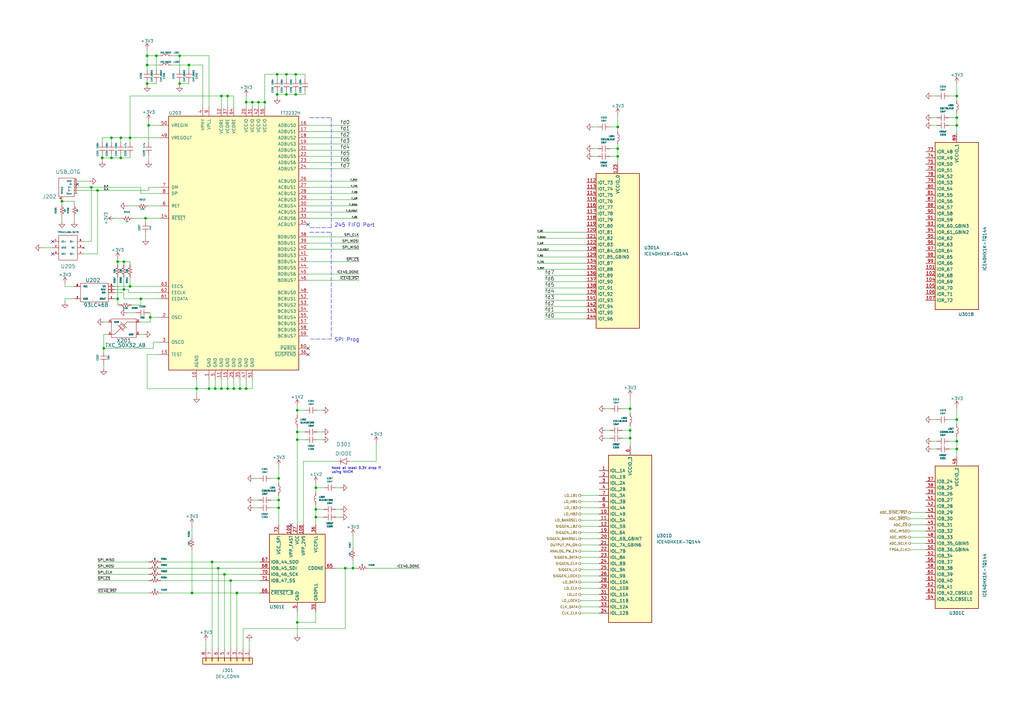
<source format=kicad_sch>
(kicad_sch (version 20211123) (generator eeschema)
  (paper "A3")
  (junction (at 53.34 117.475))
  (junction (at 114.3 205.105))
  (junction (at 92.075 235.585))
  (junction (at 41.91 64.77))
  (junction (at 392.43 184.15))
  (junction (at 94.615 238.125))
  (junction (at 258.445 179.705))
  (junction (at 90.805 159.385))
  (junction (at 100.965 41.91))
  (junction (at 121.92 180.34))
  (junction (at 40.005 78.105))
  (junction (at 61.595 130.175))
  (junction (at 392.43 180.975))
  (junction (at 258.445 176.53))
  (junction (at 90.805 39.37))
  (junction (at 85.725 159.385))
  (junction (at 37.465 76.835))
  (junction (at 106.045 41.91))
  (junction (at 113.665 30.48))
  (junction (at 73.66 22.86))
  (junction (at 113.665 38.735))
  (junction (at 49.53 56.515))
  (junction (at 392.43 51.435))
  (junction (at 392.43 172.085))
  (junction (at 45.72 56.515))
  (junction (at 93.345 159.385))
  (junction (at 108.585 41.91))
  (junction (at 121.285 30.48))
  (junction (at 144.78 233.045))
  (junction (at 86.995 230.505))
  (junction (at 93.345 39.37))
  (junction (at 48.26 122.555))
  (junction (at 59.69 89.535))
  (junction (at 48.26 107.315))
  (junction (at 60.325 22.86))
  (junction (at 95.885 159.385))
  (junction (at 42.545 142.875))
  (junction (at 121.92 168.275))
  (junction (at 45.72 64.77))
  (junction (at 98.425 159.385))
  (junction (at 73.66 34.29))
  (junction (at 392.43 48.26))
  (junction (at 64.135 22.86))
  (junction (at 97.155 243.205))
  (junction (at 114.3 196.215))
  (junction (at 60.325 34.29))
  (junction (at 89.535 233.045))
  (junction (at 129.54 212.09))
  (junction (at 117.475 30.48))
  (junction (at 78.74 243.205))
  (junction (at 100.965 159.385))
  (junction (at 53.34 56.515))
  (junction (at 141.605 233.045))
  (junction (at 253.365 52.07))
  (junction (at 121.92 177.165))
  (junction (at 258.445 167.64))
  (junction (at 60.325 26.67))
  (junction (at 392.43 39.37))
  (junction (at 253.365 60.96))
  (junction (at 50.8 107.315))
  (junction (at 80.645 159.385))
  (junction (at 253.365 64.135))
  (junction (at 121.92 255.27))
  (junction (at 60.96 51.435))
  (junction (at 129.54 208.915))
  (junction (at 114.3 208.28))
  (junction (at 57.785 122.555))
  (junction (at 103.505 41.91))
  (junction (at 121.285 38.735))
  (junction (at 77.47 26.67))
  (junction (at 49.53 64.77))
  (junction (at 88.265 159.385))
  (junction (at 129.54 200.025))
  (junction (at 50.8 118.745))
  (junction (at 25.4 82.55))
  (junction (at 117.475 38.735))
  (no_connect (at 21.59 104.14))
  (no_connect (at 126.365 142.875))
  (no_connect (at 126.365 145.415))
  (no_connect (at 119.38 215.265))
  (no_connect (at 31.75 75.565))
  (no_connect (at 21.59 99.06))
  (no_connect (at 126.365 92.075))
  (wire (pts (xy 258.445 167.64) (xy 255.27 167.64)))
  (wire (pts (xy 93.345 155.575) (xy 93.345 159.385)))
  (wire (pts (xy 26.67 122.555) (xy 26.67 123.825)))
  (wire (pts (xy 95.885 155.575) (xy 95.885 159.385)))
  (wire (pts (xy 240.665 95.25) (xy 220.345 95.25)))
  (wire (pts (xy 64.135 33.655) (xy 64.135 34.29)))
  (wire (pts (xy 64.135 28.575) (xy 64.135 22.86)))
  (wire (pts (xy 53.975 125.095) (xy 57.785 125.095)))
  (wire (pts (xy 31.75 76.835) (xy 37.465 76.835)))
  (wire (pts (xy 97.155 243.205) (xy 106.68 243.205)))
  (wire (pts (xy 126.365 51.435) (xy 143.51 51.435)))
  (wire (pts (xy 73.66 22.86) (xy 85.725 22.86)))
  (wire (pts (xy 113.665 30.48) (xy 117.475 30.48)))
  (wire (pts (xy 114.3 196.215) (xy 114.3 198.12)))
  (wire (pts (xy 238.125 215.9) (xy 245.745 215.9)))
  (wire (pts (xy 245.11 60.96) (xy 243.205 60.96)))
  (wire (pts (xy 392.43 172.085) (xy 392.43 173.99)))
  (wire (pts (xy 50.8 113.665) (xy 50.8 118.745)))
  (wire (pts (xy 114.3 203.2) (xy 114.3 205.105)))
  (wire (pts (xy 48.26 107.315) (xy 48.26 106.045)))
  (wire (pts (xy 117.475 38.735) (xy 121.285 38.735)))
  (wire (pts (xy 384.175 51.435) (xy 382.27 51.435)))
  (wire (pts (xy 100.965 159.385) (xy 103.505 159.385)))
  (wire (pts (xy 60.325 26.67) (xy 60.325 28.575)))
  (wire (pts (xy 253.365 52.07) (xy 250.19 52.07)))
  (wire (pts (xy 121.285 38.735) (xy 125.095 38.735)))
  (wire (pts (xy 121.92 175.26) (xy 121.92 177.165)))
  (wire (pts (xy 126.365 86.995) (xy 146.685 86.995)))
  (wire (pts (xy 60.325 34.29) (xy 60.325 34.925)))
  (wire (pts (xy 238.125 213.36) (xy 245.745 213.36)))
  (wire (pts (xy 121.92 255.27) (xy 121.92 260.35)))
  (wire (pts (xy 90.805 43.815) (xy 90.805 39.37)))
  (wire (pts (xy 240.665 123.19) (xy 223.52 123.19)))
  (wire (pts (xy 113.665 38.735) (xy 113.665 37.465)))
  (wire (pts (xy 114.3 196.215) (xy 111.125 196.215)))
  (wire (pts (xy 238.125 241.3) (xy 245.745 241.3)))
  (wire (pts (xy 80.645 159.385) (xy 80.645 162.56)))
  (wire (pts (xy 250.19 179.705) (xy 248.285 179.705)))
  (wire (pts (xy 60.96 49.53) (xy 60.96 51.435)))
  (wire (pts (xy 124.46 189.23) (xy 138.43 189.23)))
  (wire (pts (xy 66.04 235.585) (xy 92.075 235.585)))
  (wire (pts (xy 99.695 266.065) (xy 99.695 257.81)))
  (wire (pts (xy 59.69 97.79) (xy 59.69 95.885)))
  (wire (pts (xy 65.405 51.435) (xy 60.96 51.435)))
  (wire (pts (xy 108.585 30.48) (xy 113.665 30.48)))
  (wire (pts (xy 62.865 142.875) (xy 62.865 140.335)))
  (wire (pts (xy 245.11 64.135) (xy 243.205 64.135)))
  (wire (pts (xy 49.53 89.535) (xy 46.99 89.535)))
  (wire (pts (xy 126.365 69.215) (xy 143.51 69.215)))
  (wire (pts (xy 60.96 128.27) (xy 61.595 128.27)))
  (wire (pts (xy 48.26 122.555) (xy 48.26 125.095)))
  (wire (pts (xy 373.38 215.265) (xy 379.73 215.265)))
  (wire (pts (xy 130.175 168.275) (xy 132.08 168.275)))
  (wire (pts (xy 253.365 60.96) (xy 250.19 60.96)))
  (wire (pts (xy 392.43 34.29) (xy 392.43 39.37)))
  (polyline (pts (xy 135.89 48.26) (xy 135.89 93.345)))
  (wire (pts (xy 253.365 59.055) (xy 253.365 60.96)))
  (wire (pts (xy 52.705 118.745) (xy 50.8 118.745)))
  (wire (pts (xy 392.43 184.15) (xy 392.43 187.325)))
  (wire (pts (xy 103.505 41.91) (xy 103.505 43.815)))
  (wire (pts (xy 117.475 37.465) (xy 117.475 38.735)))
  (wire (pts (xy 137.795 200.025) (xy 139.7 200.025)))
  (wire (pts (xy 52.07 84.455) (xy 55.88 84.455)))
  (wire (pts (xy 126.365 107.315) (xy 147.32 107.315)))
  (wire (pts (xy 126.365 97.155) (xy 147.32 97.155)))
  (wire (pts (xy 102.235 262.89) (xy 102.235 266.065)))
  (wire (pts (xy 97.155 243.205) (xy 97.155 266.065)))
  (wire (pts (xy 126.365 89.535) (xy 146.685 89.535)))
  (wire (pts (xy 48.26 113.665) (xy 48.26 122.555)))
  (wire (pts (xy 53.34 117.475) (xy 46.99 117.475)))
  (wire (pts (xy 137.16 233.045) (xy 141.605 233.045)))
  (wire (pts (xy 240.665 113.03) (xy 223.52 113.03)))
  (wire (pts (xy 60.325 22.86) (xy 64.135 22.86)))
  (wire (pts (xy 240.665 97.79) (xy 220.345 97.79)))
  (wire (pts (xy 240.665 115.57) (xy 223.52 115.57)))
  (wire (pts (xy 65.405 120.015) (xy 52.705 120.015)))
  (wire (pts (xy 50.8 118.745) (xy 46.99 118.745)))
  (wire (pts (xy 143.51 61.595) (xy 126.365 61.595)))
  (wire (pts (xy 73.66 34.925) (xy 73.66 34.29)))
  (wire (pts (xy 258.445 167.64) (xy 258.445 169.545)))
  (wire (pts (xy 121.92 168.275) (xy 125.095 168.275)))
  (wire (pts (xy 238.125 243.84) (xy 245.745 243.84)))
  (wire (pts (xy 25.4 90.805) (xy 25.4 88.9)))
  (wire (pts (xy 92.075 235.585) (xy 92.075 266.065)))
  (wire (pts (xy 151.13 233.045) (xy 172.085 233.045)))
  (wire (pts (xy 83.185 26.67) (xy 83.185 43.815)))
  (wire (pts (xy 240.665 125.73) (xy 223.52 125.73)))
  (wire (pts (xy 253.365 64.135) (xy 250.19 64.135)))
  (polyline (pts (xy 127 48.26) (xy 135.89 48.26)))
  (wire (pts (xy 90.805 39.37) (xy 93.345 39.37)))
  (wire (pts (xy 100.965 155.575) (xy 100.965 159.385)))
  (wire (pts (xy 60.96 243.205) (xy 40.005 243.205)))
  (wire (pts (xy 90.805 155.575) (xy 90.805 159.385)))
  (wire (pts (xy 129.54 212.09) (xy 129.54 215.265)))
  (wire (pts (xy 77.47 26.67) (xy 83.185 26.67)))
  (wire (pts (xy 141.605 233.045) (xy 144.78 233.045)))
  (wire (pts (xy 129.54 200.025) (xy 129.54 201.93)))
  (wire (pts (xy 85.725 159.385) (xy 88.265 159.385)))
  (wire (pts (xy 60.96 84.455) (xy 65.405 84.455)))
  (wire (pts (xy 129.54 207.01) (xy 129.54 208.915)))
  (wire (pts (xy 126.365 84.455) (xy 146.685 84.455)))
  (wire (pts (xy 30.48 88.9) (xy 30.48 90.805)))
  (wire (pts (xy 61.595 128.27) (xy 61.595 130.175)))
  (wire (pts (xy 129.54 208.915) (xy 129.54 212.09)))
  (wire (pts (xy 126.365 112.395) (xy 147.32 112.395)))
  (wire (pts (xy 143.51 64.135) (xy 126.365 64.135)))
  (wire (pts (xy 25.4 82.55) (xy 25.4 83.82)))
  (wire (pts (xy 392.43 48.26) (xy 389.255 48.26)))
  (wire (pts (xy 52.07 128.27) (xy 55.88 128.27)))
  (wire (pts (xy 238.125 210.82) (xy 245.745 210.82)))
  (wire (pts (xy 59.055 137.16) (xy 57.15 137.16)))
  (wire (pts (xy 50.8 108.585) (xy 50.8 107.315)))
  (wire (pts (xy 42.545 137.16) (xy 42.545 142.875)))
  (wire (pts (xy 373.38 212.725) (xy 379.73 212.725)))
  (wire (pts (xy 392.43 184.15) (xy 389.255 184.15)))
  (wire (pts (xy 223.52 118.11) (xy 240.665 118.11)))
  (wire (pts (xy 240.665 100.33) (xy 220.345 100.33)))
  (wire (pts (xy 53.34 56.515) (xy 53.34 58.42)))
  (wire (pts (xy 126.365 59.055) (xy 143.51 59.055)))
  (wire (pts (xy 392.43 48.26) (xy 392.43 51.435)))
  (wire (pts (xy 117.475 30.48) (xy 121.285 30.48)))
  (wire (pts (xy 250.19 167.64) (xy 248.285 167.64)))
  (wire (pts (xy 238.125 251.46) (xy 245.745 251.46)))
  (wire (pts (xy 73.66 28.575) (xy 73.66 22.86)))
  (wire (pts (xy 77.47 34.29) (xy 73.66 34.29)))
  (wire (pts (xy 66.04 230.505) (xy 86.995 230.505)))
  (wire (pts (xy 258.445 174.625) (xy 258.445 176.53)))
  (wire (pts (xy 21.59 101.6) (xy 17.145 101.6)))
  (wire (pts (xy 60.325 145.415) (xy 65.405 145.415)))
  (wire (pts (xy 253.365 64.135) (xy 253.365 67.31)))
  (wire (pts (xy 60.325 22.86) (xy 60.325 26.67)))
  (wire (pts (xy 34.29 99.06) (xy 37.465 99.06)))
  (wire (pts (xy 42.545 142.875) (xy 62.865 142.875)))
  (wire (pts (xy 53.34 56.515) (xy 65.405 56.515)))
  (wire (pts (xy 93.345 39.37) (xy 95.885 39.37)))
  (wire (pts (xy 65.405 122.555) (xy 57.785 122.555)))
  (wire (pts (xy 245.11 52.07) (xy 243.205 52.07)))
  (wire (pts (xy 141.605 257.81) (xy 141.605 233.045)))
  (wire (pts (xy 130.175 180.34) (xy 132.08 180.34)))
  (wire (pts (xy 392.43 179.07) (xy 392.43 180.975)))
  (wire (pts (xy 30.48 82.55) (xy 30.48 83.82)))
  (wire (pts (xy 41.91 66.04) (xy 41.91 64.77)))
  (wire (pts (xy 85.725 22.86) (xy 85.725 43.815)))
  (wire (pts (xy 41.91 64.77) (xy 41.91 63.5)))
  (wire (pts (xy 129.54 250.825) (xy 129.54 255.27)))
  (wire (pts (xy 60.96 78.105) (xy 40.005 78.105)))
  (wire (pts (xy 154.305 189.23) (xy 154.305 181.61)))
  (wire (pts (xy 45.72 64.77) (xy 49.53 64.77)))
  (wire (pts (xy 70.485 22.86) (xy 73.66 22.86)))
  (wire (pts (xy 117.475 30.48) (xy 117.475 32.385)))
  (wire (pts (xy 129.54 200.025) (xy 132.715 200.025)))
  (wire (pts (xy 65.405 76.835) (xy 60.96 76.835)))
  (wire (pts (xy 57.785 76.835) (xy 57.785 79.375)))
  (wire (pts (xy 93.345 159.385) (xy 95.885 159.385)))
  (wire (pts (xy 60.325 20.32) (xy 60.325 22.86)))
  (wire (pts (xy 106.045 43.815) (xy 106.045 41.91)))
  (wire (pts (xy 373.38 222.885) (xy 379.73 222.885)))
  (wire (pts (xy 240.665 105.41) (xy 220.345 105.41)))
  (wire (pts (xy 137.795 208.915) (xy 139.7 208.915)))
  (polyline (pts (xy 135.89 93.345) (xy 127 93.345)))
  (wire (pts (xy 126.365 102.235) (xy 147.32 102.235)))
  (wire (pts (xy 53.34 64.77) (xy 53.34 63.5)))
  (wire (pts (xy 44.45 137.16) (xy 42.545 137.16)))
  (wire (pts (xy 373.38 210.185) (xy 379.73 210.185)))
  (wire (pts (xy 95.885 39.37) (xy 95.885 43.815)))
  (wire (pts (xy 60.325 159.385) (xy 60.325 145.415)))
  (wire (pts (xy 86.995 230.505) (xy 106.68 230.505)))
  (wire (pts (xy 258.445 179.705) (xy 258.445 182.88)))
  (wire (pts (xy 100.965 41.91) (xy 100.965 43.815)))
  (wire (pts (xy 60.96 76.835) (xy 60.96 78.105)))
  (wire (pts (xy 45.72 58.42) (xy 45.72 56.515)))
  (wire (pts (xy 77.47 33.655) (xy 77.47 34.29)))
  (wire (pts (xy 392.43 39.37) (xy 389.255 39.37)))
  (wire (pts (xy 125.095 30.48) (xy 125.095 32.385)))
  (wire (pts (xy 60.325 33.655) (xy 60.325 34.29)))
  (wire (pts (xy 60.96 230.505) (xy 40.005 230.505)))
  (wire (pts (xy 392.43 39.37) (xy 392.43 41.275)))
  (wire (pts (xy 78.74 243.205) (xy 97.155 243.205)))
  (wire (pts (xy 53.34 39.37) (xy 53.34 56.515)))
  (wire (pts (xy 129.54 198.12) (xy 129.54 200.025)))
  (wire (pts (xy 52.705 120.015) (xy 52.705 118.745)))
  (wire (pts (xy 384.175 172.085) (xy 382.27 172.085)))
  (wire (pts (xy 392.43 51.435) (xy 392.43 54.61)))
  (wire (pts (xy 26.67 117.475) (xy 26.67 116.205)))
  (wire (pts (xy 392.43 180.975) (xy 389.255 180.975)))
  (wire (pts (xy 143.51 189.23) (xy 154.305 189.23)))
  (wire (pts (xy 126.365 99.695) (xy 147.32 99.695)))
  (wire (pts (xy 114.3 205.105) (xy 111.125 205.105)))
  (wire (pts (xy 60.325 26.67) (xy 65.405 26.67)))
  (wire (pts (xy 78.74 225.425) (xy 78.74 243.205)))
  (wire (pts (xy 392.43 180.975) (xy 392.43 184.15)))
  (polyline (pts (xy 135.89 139.065) (xy 127 139.065)))
  (wire (pts (xy 98.425 159.385) (xy 100.965 159.385)))
  (wire (pts (xy 114.3 208.28) (xy 114.3 215.265)))
  (wire (pts (xy 70.485 26.67) (xy 77.47 26.67)))
  (wire (pts (xy 125.095 38.735) (xy 125.095 37.465)))
  (wire (pts (xy 89.535 233.045) (xy 106.68 233.045)))
  (wire (pts (xy 121.92 166.37) (xy 121.92 168.275)))
  (wire (pts (xy 144.78 219.71) (xy 144.78 224.79)))
  (wire (pts (xy 53.34 39.37) (xy 90.805 39.37)))
  (wire (pts (xy 66.04 233.045) (xy 89.535 233.045)))
  (wire (pts (xy 49.53 64.77) (xy 53.34 64.77)))
  (wire (pts (xy 80.645 159.385) (xy 85.725 159.385)))
  (wire (pts (xy 84.455 262.89) (xy 84.455 266.065)))
  (wire (pts (xy 250.19 176.53) (xy 248.285 176.53)))
  (wire (pts (xy 106.045 41.91) (xy 108.585 41.91)))
  (wire (pts (xy 126.365 79.375) (xy 146.685 79.375)))
  (wire (pts (xy 240.665 102.87) (xy 220.345 102.87)))
  (wire (pts (xy 80.645 155.575) (xy 80.645 159.385)))
  (wire (pts (xy 46.99 122.555) (xy 48.26 122.555)))
  (wire (pts (xy 99.695 257.81) (xy 141.605 257.81)))
  (wire (pts (xy 129.54 208.915) (xy 132.715 208.915)))
  (wire (pts (xy 258.445 176.53) (xy 255.27 176.53)))
  (wire (pts (xy 238.125 233.68) (xy 245.745 233.68)))
  (wire (pts (xy 126.365 81.915) (xy 146.685 81.915)))
  (wire (pts (xy 121.92 177.165) (xy 121.92 180.34)))
  (wire (pts (xy 65.405 89.535) (xy 59.69 89.535)))
  (wire (pts (xy 64.135 34.29) (xy 60.325 34.29)))
  (wire (pts (xy 60.96 63.5) (xy 60.96 66.04)))
  (wire (pts (xy 114.3 191.135) (xy 114.3 196.215)))
  (wire (pts (xy 126.365 56.515) (xy 143.51 56.515)))
  (polyline (pts (xy 135.89 95.25) (xy 135.89 139.065)))
  (wire (pts (xy 53.34 107.315) (xy 53.34 108.585)))
  (wire (pts (xy 45.72 56.515) (xy 49.53 56.515)))
  (wire (pts (xy 61.595 132.08) (xy 57.15 132.08)))
  (wire (pts (xy 41.91 64.77) (xy 45.72 64.77)))
  (wire (pts (xy 60.325 159.385) (xy 80.645 159.385)))
  (wire (pts (xy 48.26 125.095) (xy 48.895 125.095)))
  (wire (pts (xy 121.92 180.34) (xy 121.92 215.265)))
  (wire (pts (xy 48.26 108.585) (xy 48.26 107.315)))
  (wire (pts (xy 129.54 212.09) (xy 132.715 212.09)))
  (wire (pts (xy 240.665 107.95) (xy 220.345 107.95)))
  (wire (pts (xy 94.615 238.125) (xy 94.615 266.065)))
  (wire (pts (xy 238.125 226.06) (xy 245.745 226.06)))
  (wire (pts (xy 106.045 196.215) (xy 104.14 196.215)))
  (wire (pts (xy 30.48 117.475) (xy 26.67 117.475)))
  (wire (pts (xy 25.4 82.55) (xy 30.48 82.55)))
  (wire (pts (xy 129.54 255.27) (xy 121.92 255.27)))
  (wire (pts (xy 59.69 90.805) (xy 59.69 89.535)))
  (wire (pts (xy 93.345 39.37) (xy 93.345 43.815)))
  (wire (pts (xy 100.965 41.91) (xy 103.505 41.91)))
  (wire (pts (xy 137.795 212.09) (xy 139.7 212.09)))
  (wire (pts (xy 108.585 41.91) (xy 108.585 43.815)))
  (wire (pts (xy 113.665 30.48) (xy 113.665 32.385)))
  (wire (pts (xy 121.92 180.34) (xy 125.095 180.34)))
  (wire (pts (xy 25.4 81.915) (xy 25.4 82.55)))
  (polyline (pts (xy 127 95.25) (xy 135.89 95.25)))
  (wire (pts (xy 42.545 142.875) (xy 42.545 144.145)))
  (wire (pts (xy 37.465 76.835) (xy 57.785 76.835)))
  (wire (pts (xy 62.865 140.335) (xy 65.405 140.335)))
  (wire (pts (xy 253.365 46.99) (xy 253.365 52.07)))
  (wire (pts (xy 100.965 39.37) (xy 100.965 41.91)))
  (wire (pts (xy 103.505 159.385) (xy 103.505 155.575)))
  (wire (pts (xy 392.43 167.005) (xy 392.43 172.085)))
  (wire (pts (xy 106.045 208.28) (xy 104.14 208.28)))
  (wire (pts (xy 61.595 130.175) (xy 61.595 132.08)))
  (wire (pts (xy 238.125 248.92) (xy 245.745 248.92)))
  (wire (pts (xy 121.285 30.48) (xy 125.095 30.48)))
  (wire (pts (xy 238.125 231.14) (xy 245.745 231.14)))
  (wire (pts (xy 126.365 53.975) (xy 143.51 53.975)))
  (wire (pts (xy 57.785 125.095) (xy 57.785 122.555)))
  (wire (pts (xy 73.66 34.29) (xy 73.66 33.655)))
  (wire (pts (xy 34.29 104.14) (xy 40.005 104.14)))
  (wire (pts (xy 59.69 89.535) (xy 54.61 89.535)))
  (wire (pts (xy 238.125 203.2) (xy 245.745 203.2)))
  (wire (pts (xy 384.175 180.975) (xy 382.27 180.975)))
  (wire (pts (xy 238.125 228.6) (xy 245.745 228.6)))
  (wire (pts (xy 126.365 76.835) (xy 146.685 76.835)))
  (wire (pts (xy 113.665 38.735) (xy 117.475 38.735)))
  (wire (pts (xy 126.365 74.295) (xy 146.685 74.295)))
  (wire (pts (xy 42.545 151.13) (xy 42.545 149.225)))
  (wire (pts (xy 50.8 122.555) (xy 50.8 120.015)))
  (wire (pts (xy 60.96 51.435) (xy 60.96 58.42)))
  (wire (pts (xy 392.43 172.085) (xy 389.255 172.085)))
  (wire (pts (xy 89.535 233.045) (xy 89.535 266.065)))
  (wire (pts (xy 60.96 233.045) (xy 40.005 233.045)))
  (wire (pts (xy 121.92 255.27) (xy 121.92 250.825)))
  (wire (pts (xy 384.175 39.37) (xy 382.27 39.37)))
  (wire (pts (xy 240.665 110.49) (xy 220.345 110.49)))
  (wire (pts (xy 238.125 236.22) (xy 245.745 236.22)))
  (wire (pts (xy 60.96 235.585) (xy 40.005 235.585)))
  (wire (pts (xy 65.405 117.475) (xy 53.34 117.475)))
  (wire (pts (xy 61.595 130.175) (xy 65.405 130.175)))
  (wire (pts (xy 85.725 155.575) (xy 85.725 159.385)))
  (wire (pts (xy 126.365 114.935) (xy 147.32 114.935)))
  (wire (pts (xy 49.53 63.5) (xy 49.53 64.77)))
  (wire (pts (xy 258.445 162.56) (xy 258.445 167.64)))
  (wire (pts (xy 258.445 176.53) (xy 258.445 179.705)))
  (wire (pts (xy 48.26 107.315) (xy 50.8 107.315)))
  (wire (pts (xy 41.91 56.515) (xy 45.72 56.515)))
  (wire (pts (xy 86.995 230.505) (xy 86.995 266.065)))
  (wire (pts (xy 78.74 215.265) (xy 78.74 220.345)))
  (wire (pts (xy 121.92 177.165) (xy 125.095 177.165)))
  (wire (pts (xy 121.92 168.275) (xy 121.92 170.18)))
  (wire (pts (xy 49.53 56.515) (xy 49.53 58.42)))
  (wire (pts (xy 240.665 128.27) (xy 223.52 128.27)))
  (wire (pts (xy 258.445 179.705) (xy 255.27 179.705)))
  (wire (pts (xy 373.38 220.345) (xy 379.73 220.345)))
  (wire (pts (xy 45.72 63.5) (xy 45.72 64.77)))
  (wire (pts (xy 40.005 78.105) (xy 31.75 78.105)))
  (wire (pts (xy 144.78 229.87) (xy 144.78 233.045)))
  (wire (pts (xy 240.665 130.81) (xy 223.52 130.81)))
  (wire (pts (xy 103.505 41.91) (xy 106.045 41.91)))
  (wire (pts (xy 37.465 99.06) (xy 37.465 76.835)))
  (wire (pts (xy 392.43 51.435) (xy 389.255 51.435)))
  (wire (pts (xy 121.285 38.735) (xy 121.285 37.465)))
  (wire (pts (xy 88.265 155.575) (xy 88.265 159.385)))
  (wire (pts (xy 126.365 66.675) (xy 143.51 66.675)))
  (wire (pts (xy 53.34 113.665) (xy 53.34 117.475)))
  (wire (pts (xy 94.615 238.125) (xy 106.68 238.125)))
  (wire (pts (xy 113.665 40.005) (xy 113.665 38.735)))
  (wire (pts (xy 253.365 52.07) (xy 253.365 53.975)))
  (wire (pts (xy 223.52 120.65) (xy 240.665 120.65)))
  (wire (pts (xy 253.365 60.96) (xy 253.365 64.135)))
  (wire (pts (xy 57.785 79.375) (xy 65.405 79.375)))
  (wire (pts (xy 121.285 30.48) (xy 121.285 32.385)))
  (wire (pts (xy 384.175 184.15) (xy 382.27 184.15)))
  (wire (pts (xy 95.885 159.385) (xy 98.425 159.385)))
  (wire (pts (xy 144.78 233.045) (xy 146.05 233.045)))
  (wire (pts (xy 114.3 205.105) (xy 114.3 208.28)))
  (wire (pts (xy 44.45 132.08) (xy 42.545 132.08)))
  (wire (pts (xy 238.125 238.76) (xy 245.745 238.76)))
  (wire (pts (xy 130.175 177.165) (xy 132.08 177.165)))
  (wire (pts (xy 64.135 22.86) (xy 65.405 22.86)))
  (wire (pts (xy 373.38 217.805) (xy 379.73 217.805)))
  (wire (pts (xy 114.3 208.28) (xy 111.125 208.28)))
  (wire (pts (xy 92.075 235.585) (xy 106.68 235.585)))
  (wire (pts (xy 88.265 159.385) (xy 90.805 159.385)))
  (wire (pts (xy 50.8 120.015) (xy 46.99 120.015)))
  (wire (pts (xy 238.125 223.52) (xy 245.745 223.52)))
  (wire (pts (xy 106.045 205.105) (xy 104.14 205.105)))
  (wire (pts (xy 90.805 159.385) (xy 93.345 159.385)))
  (wire (pts (xy 384.175 48.26) (xy 382.27 48.26)))
  (wire (pts (xy 238.125 246.38) (xy 245.745 246.38)))
  (wire (pts (xy 98.425 155.575) (xy 98.425 159.385)))
  (wire (pts (xy 57.785 122.555) (xy 50.8 122.555)))
  (wire (pts (xy 238.125 205.74) (xy 245.745 205.74)))
  (wire (pts (xy 40.005 104.14) (xy 40.005 78.105)))
  (wire (pts (xy 66.04 238.125) (xy 94.615 238.125)))
  (wire (pts (xy 392.43 46.355) (xy 392.43 48.26)))
  (wire (pts (xy 36.83 74.295) (xy 31.75 74.295)))
  (wire (pts (xy 49.53 56.515) (xy 53.34 56.515)))
  (wire (pts (xy 77.47 28.575) (xy 77.47 26.67)))
  (wire (pts (xy 30.48 122.555) (xy 26.67 122.555)))
  (wire (pts (xy 108.585 30.48) (xy 108.585 41.91)))
  (wire (pts (xy 41.91 56.515) (xy 41.91 58.42)))
  (wire (pts (xy 238.125 208.28) (xy 245.745 208.28)))
  (wire (pts (xy 50.8 107.315) (xy 53.34 107.315)))
  (wire (pts (xy 124.46 215.265) (xy 124.46 189.23)))
  (wire (pts (xy 60.96 238.125) (xy 40.005 238.125)))
  (wire (pts (xy 238.125 220.98) (xy 245.745 220.98)))
  (wire (pts (xy 238.125 218.44) (xy 245.745 218.44)))
  (wire (pts (xy 66.04 243.205) (xy 78.74 243.205)))
  (wire (pts (xy 373.38 225.425) (xy 379.73 225.425)))
  (text "245 FIFO Port" (at 137.16 93.345 0) (effects (font (size 1.524 1.524)) (justify left bottom)))
  (text "Need at least 0.3V drop if\nusing NVCM" (at 135.89 194.31 0) (effects (font (size 1 1)) (justify left bottom)))
  (text "SPI Prog" (at 137.16 140.335 0) (effects (font (size 1.524 1.524)) (justify left bottom)))
  (label "fd3" (at 143.51 59.055 180) (effects (font (size 1.524 1.524))))
  (label "F_WR" (at 220.345 100.33 0) (effects (font (size 0.635 0.635))))
  (label "fd0" (at 143.51 51.435 180) (effects (font (size 1.524 1.524))))
  (label "fd6" (at 143.51 66.675 180) (effects (font (size 1.524 1.524))))
  (label "fd5" (at 223.52 118.11 0) (effects (font (size 1.524 1.524))))
  (label "SPI_CLK" (at 40.005 235.585 0) (effects (font (size 1 1))))
  (label "fd4" (at 223.52 120.65 0) (effects (font (size 1.524 1.524))))
  (label "F_RXF" (at 146.685 74.295 180) (effects (font (size 0.635 0.635))))
  (label "F_CLKOUT" (at 220.345 102.87 0) (effects (font (size 0.635 0.635))))
  (label "F_WR" (at 146.685 81.915 180) (effects (font (size 0.635 0.635))))
  (label "fd5" (at 143.51 64.135 180) (effects (font (size 1.524 1.524))))
  (label "fd4" (at 143.51 61.595 180) (effects (font (size 1.524 1.524))))
  (label "fd0" (at 223.52 130.81 0) (effects (font (size 1.524 1.524))))
  (label "F_OE" (at 220.345 95.25 0) (effects (font (size 0.635 0.635))))
  (label "~{SPI_CS}" (at 147.32 107.315 180) (effects (font (size 1 1))))
  (label "fd7" (at 223.52 113.03 0) (effects (font (size 1.524 1.524))))
  (label "F_SIWU" (at 220.345 97.79 0) (effects (font (size 0.635 0.635))))
  (label "~{SPI_CS}" (at 40.005 238.125 0) (effects (font (size 1 1))))
  (label "SPI_MISO" (at 147.32 102.235 180) (effects (font (size 1 1))))
  (label "SPI_MOSI" (at 147.32 99.695 180) (effects (font (size 1 1))))
  (label "SPI_MISO" (at 40.005 230.505 0) (effects (font (size 1 1))))
  (label "F_RXF" (at 220.345 110.49 0) (effects (font (size 0.635 0.635))))
  (label "F_RD" (at 220.345 105.41 0) (effects (font (size 0.635 0.635))))
  (label "F_TXE" (at 220.345 107.95 0) (effects (font (size 0.635 0.635))))
  (label "D_N" (at 42.545 78.105 0) (effects (font (size 0.635 0.635))))
  (label "fd2" (at 143.51 56.515 180) (effects (font (size 1.524 1.524))))
  (label "ICE40_DONE" (at 172.085 233.045 180) (effects (font (size 1 1))))
  (label "SPI_MOSI" (at 40.005 233.045 0) (effects (font (size 1 1))))
  (label "F_RD" (at 146.685 79.375 180) (effects (font (size 0.635 0.635))))
  (label "F_OE" (at 146.685 89.535 180) (effects (font (size 0.635 0.635))))
  (label "~{ICE40_RST}" (at 147.32 114.935 180) (effects (font (size 1 1))))
  (label "F_CLKOUT" (at 146.685 86.995 180) (effects (font (size 0.635 0.635))))
  (label "~{ICE40_RST}" (at 40.005 243.205 0) (effects (font (size 1 1))))
  (label "fd2" (at 223.52 125.73 0) (effects (font (size 1.524 1.524))))
  (label "F_SIWU" (at 146.685 84.455 180) (effects (font (size 0.635 0.635))))
  (label "fd1" (at 223.52 128.27 0) (effects (font (size 1.524 1.524))))
  (label "ICE40_DONE" (at 147.32 112.395 180) (effects (font (size 1 1))))
  (label "F_TXE" (at 146.685 76.835 180) (effects (font (size 0.635 0.635))))
  (label "SPI_CLK" (at 147.32 97.155 180) (effects (font (size 1 1))))
  (label "fd7" (at 143.51 69.215 180) (effects (font (size 1.524 1.524))))
  (label "fd3" (at 223.52 123.19 0) (effects (font (size 1.524 1.524))))
  (label "D_P" (at 42.545 76.835 0) (effects (font (size 0.635 0.635))))
  (label "fd1" (at 143.51 53.975 180) (effects (font (size 1.524 1.524))))
  (label "fd6" (at 223.52 115.57 0) (effects (font (size 1.524 1.524))))
  (hierarchical_label "SIGGEN_LOCK" (shape input) (at 238.125 236.22 180) (effects (font (size 1 1))))
  (hierarchical_label "LO_LOCK" (shape input) (at 238.125 246.38 180) (effects (font (size 1 1))))
  (hierarchical_label "ADC_~{DRDY}" (shape input) (at 373.38 212.725 180) (effects (font (size 1 1))))
  (hierarchical_label "ANALOG_PW_EN" (shape output) (at 238.125 226.06 180) (effects (font (size 1 1))))
  (hierarchical_label "ADC_~{CS}" (shape output) (at 373.38 215.265 180) (effects (font (size 1 1))))
  (hierarchical_label "LO_BANDSEL" (shape output) (at 238.125 213.36 180) (effects (font (size 1 1))))
  (hierarchical_label "ADC_MOSI" (shape output) (at 373.38 220.345 180) (effects (font (size 1 1))))
  (hierarchical_label "CLK_DATA" (shape output) (at 238.125 248.92 180) (effects (font (size 1 1))))
  (hierarchical_label "LO_LB2" (shape output) (at 238.125 208.28 180) (effects (font (size 1 1))))
  (hierarchical_label "SIGGEN_LB2" (shape output) (at 238.125 215.9 180) (effects (font (size 1 1))))
  (hierarchical_label "LO_HB1" (shape output) (at 238.125 205.74 180) (effects (font (size 1 1))))
  (hierarchical_label "SIGGEN_BANDSEL" (shape output) (at 238.125 220.98 180) (effects (font (size 1 1))))
  (hierarchical_label "ADC_~{SYNC{slash}RST}" (shape output) (at 373.38 210.185 180) (effects (font (size 1 1))))
  (hierarchical_label "LO_DATA" (shape output) (at 238.125 238.76 180) (effects (font (size 1 1))))
  (hierarchical_label "SIGGEN_DATA" (shape output) (at 238.125 228.6 180) (effects (font (size 1 1))))
  (hierarchical_label "CLK_CLK" (shape output) (at 238.125 251.46 180) (effects (font (size 1 1))))
  (hierarchical_label "LO_HB2" (shape output) (at 238.125 210.82 180) (effects (font (size 1 1))))
  (hierarchical_label "SIGGEN_CLK" (shape output) (at 238.125 231.14 180) (effects (font (size 1 1))))
  (hierarchical_label "SIGGEN_LE" (shape output) (at 238.125 233.68 180) (effects (font (size 1 1))))
  (hierarchical_label "LO_CLK" (shape output) (at 238.125 241.3 180) (effects (font (size 1 1))))
  (hierarchical_label "SIGGEN_LB1" (shape output) (at 238.125 218.44 180) (effects (font (size 1 1))))
  (hierarchical_label "LO_LE" (shape output) (at 238.125 243.84 180) (effects (font (size 1 1))))
  (hierarchical_label "ADC_MISO" (shape input) (at 373.38 217.805 180) (effects (font (size 1 1))))
  (hierarchical_label "OUTPUT_PA_ON" (shape output) (at 238.125 223.52 180) (effects (font (size 1 1))))
  (hierarchical_label "FPGA_CLK" (shape input) (at 373.38 225.425 180) (effects (font (size 1 1))))
  (hierarchical_label "ADC_SCLK" (shape output) (at 373.38 222.885 180) (effects (font (size 1 1))))
  (hierarchical_label "LO_LB1" (shape output) (at 238.125 203.2 180) (effects (font (size 1 1))))
  (symbol (lib_id "adccore-rescue:FT2232H") (at 95.885 99.695 0) (unit 1)
    (property "Reference" "U203" (at 69.215 46.355 0) (effects (justify left)))
    (property "Value" "FT2232H" (at 114.935 46.355 0) (effects (justify left)))
    (property "Footprint" "QFP:LQFP_64" (effects hide))
  )
  (symbol (lib_id "adccore-rescue:GND") (at 80.645 162.56 0) (unit 1)
    (property "Reference" "#PWR016" (effects hide))
    (property "Value" "GND" (effects hide))
  )
  (symbol (lib_id "adccore-rescue:USB_OTG") (at 27.94 76.835 0) (mirror y) (unit 1)
    (property "Reference" "J202" (at 20.32 80.645 0) (effects (font (size 1.524 1.524))))
    (property "Value" "USB_OTG" (at 27.94 70.485 0) (effects (font (size 1.524 1.524))))
    (property "Footprint" "Connector_USB:USB_Micro-B_Wuerth_629105150521_CircularHoles" (effects hide))
  )
  (symbol (lib_id "adccore-rescue:GND") (at 36.83 74.295 90) (unit 1)
    (property "Reference" "#PWR024" (effects hide))
    (property "Value" "GND" (effects hide))
  )
  (symbol (lib_id "adccore-rescue:RES_0603") (at 25.4 86.36 270) (unit 1)
    (property "Reference" "R205" (at 22.86 86.36 0) (effects (font (size 0.635 0.635))))
    (property "Value" "NP" (at 26.67 86.36 0) (effects (font (size 0.635 0.635))))
    (property "Footprint" "SM0603" (effects hide))
  )
  (symbol (lib_id "adccore-rescue:RES_0603") (at 30.48 86.36 270) (unit 1)
    (property "Reference" "R206" (at 27.94 86.36 0) (effects (font (size 0.635 0.635))))
    (property "Value" "NP" (at 31.75 86.36 0) (effects (font (size 0.635 0.635))))
    (property "Footprint" "SM0603" (effects hide))
  )
  (symbol (lib_id "adccore-rescue:GND") (at 30.48 90.805 0) (unit 1)
    (property "Reference" "#PWR025" (effects hide))
    (property "Value" "GND" (effects hide))
  )
  (symbol (lib_id "adccore-rescue:GND") (at 25.4 90.805 0) (unit 1)
    (property "Reference" "#PWR026" (effects hide))
    (property "Value" "GND" (effects hide))
  )
  (symbol (lib_id "adccore-rescue:RES_0603") (at 58.42 84.455 180) (unit 1)
    (property "Reference" "R212" (at 58.42 81.915 0) (effects (font (size 0.635 0.635))))
    (property "Value" "12k" (at 58.42 85.725 0) (effects (font (size 0.635 0.635))))
    (property "Footprint" "General_SMD:SM0402" (effects hide))
  )
  (symbol (lib_id "adccore-rescue:GND") (at 52.07 84.455 270) (unit 1)
    (property "Reference" "#PWR027" (effects hide))
    (property "Value" "GND" (effects hide))
  )
  (symbol (lib_id "adccore-rescue:CAP_0603") (at 45.72 60.96 270) (unit 1)
    (property "Reference" "C223" (at 43.815 62.865 0) (effects (font (size 0.635 0.635))))
    (property "Value" "100n" (at 43.815 59.69 0) (effects (font (size 0.635 0.635))))
    (property "Footprint" "SM0603" (effects hide))
  )
  (symbol (lib_id "adccore-rescue:CAP_0603") (at 49.53 60.96 270) (unit 1)
    (property "Reference" "C224" (at 47.625 62.865 0) (effects (font (size 0.635 0.635))))
    (property "Value" "100n" (at 47.625 59.69 0) (effects (font (size 0.635 0.635))))
    (property "Footprint" "SM0603" (effects hide))
  )
  (symbol (lib_id "adccore-rescue:CAP_0603") (at 41.91 60.96 270) (unit 1)
    (property "Reference" "C221" (at 40.005 62.865 0) (effects (font (size 0.635 0.635))))
    (property "Value" "100n" (at 40.005 59.69 0) (effects (font (size 0.635 0.635))))
    (property "Footprint" "SM0603" (effects hide))
  )
  (symbol (lib_id "adccore-rescue:CAP_0805") (at 53.34 60.96 90) (unit 1)
    (property "Reference" "C225" (at 51.435 62.865 0) (effects (font (size 0.635 0.635))))
    (property "Value" "4.7u" (at 51.435 59.69 0) (effects (font (size 0.635 0.635))))
    (property "Footprint" "SM0805" (effects hide))
  )
  (symbol (lib_id "adccore-rescue:+3.3V") (at 46.99 89.535 90) (unit 1)
    (property "Reference" "#PWR028" (effects hide))
    (property "Value" "+3.3V" (at 43.434 89.535 0))
  )
  (symbol (lib_id "adccore-rescue:RES_0603") (at 52.07 89.535 180) (unit 1)
    (property "Reference" "R210" (at 52.07 86.995 0) (effects (font (size 0.635 0.635))))
    (property "Value" "1k" (at 52.07 90.805 0) (effects (font (size 0.635 0.635))))
    (property "Footprint" "General_SMD:SM0402" (effects hide))
  )
  (symbol (lib_id "adccore-rescue:GND") (at 41.91 66.04 0) (unit 1)
    (property "Reference" "#PWR030" (effects hide))
    (property "Value" "GND" (effects hide))
  )
  (symbol (lib_id "adccore-rescue:CAP_0603") (at 59.69 93.345 270) (unit 1)
    (property "Reference" "C227" (at 57.15 93.345 0) (effects (font (size 0.635 0.635))))
    (property "Value" "1uF" (at 61.595 93.345 0) (effects (font (size 0.635 0.635))))
    (property "Footprint" "SM0603" (effects hide))
  )
  (symbol (lib_id "adccore-rescue:GND") (at 59.69 97.79 0) (unit 1)
    (property "Reference" "#PWR029" (effects hide))
    (property "Value" "GND" (effects hide))
  )
  (symbol (lib_id "adccore-rescue:+3.3V") (at 60.96 49.53 0) (unit 1)
    (property "Reference" "#PWR031" (effects hide))
    (property "Value" "+3.3V" (at 60.96 45.974 0))
  )
  (symbol (lib_id "adccore-rescue:CAP_0805") (at 60.96 60.96 90) (unit 1)
    (property "Reference" "C229" (at 59.055 62.865 0) (effects (font (size 0.635 0.635))))
    (property "Value" "4.7u" (at 59.055 59.69 0) (effects (font (size 0.635 0.635))))
    (property "Footprint" "SM0805" (effects hide))
  )
  (symbol (lib_id "adccore-rescue:GND") (at 60.96 66.04 0) (unit 1)
    (property "Reference" "#PWR032" (effects hide))
    (property "Value" "GND" (effects hide))
  )
  (symbol (lib_id "adccore-rescue:+3.3V") (at 100.965 39.37 0) (unit 1)
    (property "Reference" "#PWR033" (effects hide))
    (property "Value" "+3.3V" (at 100.965 35.814 0))
  )
  (symbol (lib_id "adccore-rescue:+3.3V") (at 60.325 20.32 0) (unit 1)
    (property "Reference" "#PWR038" (effects hide))
    (property "Value" "+3.3V" (at 60.325 16.764 0))
  )
  (symbol (lib_id "adccore-rescue:IND_0603") (at 67.945 22.86 0) (unit 1)
    (property "Reference" "L201" (at 72.39 21.59 0) (effects (font (size 0.635 0.635))))
    (property "Value" "IND_0603" (at 67.945 21.59 0) (effects (font (size 0.635 0.635))))
    (property "Footprint" "SM0603" (effects hide))
  )
  (symbol (lib_id "adccore-rescue:IND_0603") (at 67.945 26.67 0) (unit 1)
    (property "Reference" "L202" (at 72.39 25.4 0) (effects (font (size 0.635 0.635))))
    (property "Value" "IND_0603" (at 67.945 25.4 0) (effects (font (size 0.635 0.635))))
    (property "Footprint" "SM0603" (effects hide))
  )
  (symbol (lib_id "adccore-rescue:CAP_0603") (at 117.475 34.925 270) (unit 1)
    (property "Reference" "C234" (at 115.57 36.83 0) (effects (font (size 0.635 0.635))))
    (property "Value" "100n" (at 115.57 33.655 0) (effects (font (size 0.635 0.635))))
    (property "Footprint" "SM0402" (effects hide))
  )
  (symbol (lib_id "adccore-rescue:CAP_0603") (at 121.285 34.925 270) (unit 1)
    (property "Reference" "C235" (at 119.38 36.83 0) (effects (font (size 0.635 0.635))))
    (property "Value" "100n" (at 119.38 33.655 0) (effects (font (size 0.635 0.635))))
    (property "Footprint" "SM0402" (effects hide))
  )
  (symbol (lib_id "adccore-rescue:CAP_0603") (at 113.665 34.925 270) (unit 1)
    (property "Reference" "C233" (at 111.76 36.83 0) (effects (font (size 0.635 0.635))))
    (property "Value" "100n" (at 111.76 33.655 0) (effects (font (size 0.635 0.635))))
    (property "Footprint" "SM0402" (effects hide))
  )
  (symbol (lib_id "adccore-rescue:GND") (at 113.665 40.005 0) (unit 1)
    (property "Reference" "#PWR034" (effects hide))
    (property "Value" "GND" (effects hide))
  )
  (symbol (lib_id "adccore-rescue:CAP_0603") (at 60.325 31.115 270) (unit 1)
    (property "Reference" "C228" (at 57.785 31.115 0) (effects (font (size 0.635 0.635))))
    (property "Value" "CAP_0603" (at 62.23 31.115 0) (effects (font (size 0.635 0.635))))
    (property "Footprint" "SM0603" (effects hide))
  )
  (symbol (lib_id "adccore-rescue:CAP_0603") (at 64.135 31.115 270) (unit 1)
    (property "Reference" "C230" (at 67.31 31.115 0) (effects (font (size 0.635 0.635))))
    (property "Value" "CAP_0603" (at 66.04 31.115 0) (effects (font (size 0.635 0.635))))
    (property "Footprint" "SM0603" (effects hide))
  )
  (symbol (lib_id "adccore-rescue:CAP_0603") (at 73.66 31.115 270) (unit 1)
    (property "Reference" "C231" (at 71.12 31.115 0) (effects (font (size 0.635 0.635))))
    (property "Value" "CAP_0603" (at 75.565 31.115 0) (effects (font (size 0.635 0.635))))
    (property "Footprint" "SM0603" (effects hide))
  )
  (symbol (lib_id "adccore-rescue:CAP_0603") (at 77.47 31.115 270) (unit 1)
    (property "Reference" "C232" (at 80.645 31.115 0) (effects (font (size 0.635 0.635))))
    (property "Value" "CAP_0603" (at 79.375 31.115 0) (effects (font (size 0.635 0.635))))
    (property "Footprint" "SM0603" (effects hide))
  )
  (symbol (lib_id "adccore-rescue:GND") (at 60.325 34.925 0) (unit 1)
    (property "Reference" "#PWR039" (effects hide))
    (property "Value" "GND" (effects hide))
  )
  (symbol (lib_id "adccore-rescue:GND") (at 73.66 34.925 0) (unit 1)
    (property "Reference" "#PWR040" (effects hide))
    (property "Value" "GND" (effects hide))
  )
  (symbol (lib_id "adccore-rescue:CAP_0603") (at 125.095 34.925 270) (unit 1)
    (property "Reference" "C236" (at 123.19 36.83 0) (effects (font (size 0.635 0.635))))
    (property "Value" "100n" (at 123.19 33.655 0) (effects (font (size 0.635 0.635))))
    (property "Footprint" "SM0402" (effects hide))
  )
  (symbol (lib_id "adccore-rescue:93LC46B") (at 38.1 120.015 0) (unit 1)
    (property "Reference" "U202" (at 38.1 114.935 0) (effects (font (size 1.524 1.524))))
    (property "Value" "93LC46B" (at 39.37 125.095 0) (effects (font (size 1.524 1.524))))
    (property "Footprint" "SOT:SOT-236-095mm" (effects hide))
  )
  (symbol (lib_id "adccore-rescue:+3.3V") (at 26.67 116.205 0) (unit 1)
    (property "Reference" "#PWR035" (effects hide))
    (property "Value" "+3.3V" (at 26.67 112.649 0))
  )
  (symbol (lib_id "adccore-rescue:GND") (at 26.67 123.825 0) (unit 1)
    (property "Reference" "#PWR036" (effects hide))
    (property "Value" "GND" (effects hide))
  )
  (symbol (lib_id "adccore-rescue:TXC_50X32_AB") (at 50.8 134.62 0) (unit 1)
    (property "Reference" "X201" (at 50.8 139.7 0) (effects (font (size 1.524 1.524))))
    (property "Value" "TXC_50X32_AB" (at 51.435 141.605 0) (effects (font (size 1.524 1.524))))
    (property "Footprint" "Xtal_SMD:XTAL_5.0x3.2mm" (effects hide))
  )
  (symbol (lib_id "adccore-rescue:GND") (at 59.055 137.16 90) (unit 1)
    (property "Reference" "#PWR041" (effects hide))
    (property "Value" "GND" (effects hide))
  )
  (symbol (lib_id "adccore-rescue:RES_0402") (at 51.435 125.095 180) (unit 1)
    (property "Reference" "R209" (at 55.245 126.365 0) (effects (font (size 0.635 0.635))))
    (property "Value" "2.2k" (at 51.435 126.365 0) (effects (font (size 0.635 0.635))))
    (property "Footprint" "SM0402" (effects hide))
  )
  (symbol (lib_id "adccore-rescue:GND") (at 42.545 132.08 270) (unit 1)
    (property "Reference" "#PWR042" (effects hide))
    (property "Value" "GND" (effects hide))
  )
  (symbol (lib_id "adccore-rescue:RES_0402") (at 48.26 111.125 90) (unit 1)
    (property "Reference" "R207" (at 46.99 114.935 0) (effects (font (size 0.635 0.635))))
    (property "Value" "10k" (at 46.99 111.125 0) (effects (font (size 0.635 0.635))))
    (property "Footprint" "SM0402" (effects hide))
  )
  (symbol (lib_id "adccore-rescue:RES_0402") (at 50.8 111.125 90) (unit 1)
    (property "Reference" "R208" (at 49.53 114.935 0) (effects (font (size 0.635 0.635))))
    (property "Value" "10k" (at 49.53 111.125 0) (effects (font (size 0.635 0.635))))
    (property "Footprint" "SM0402" (effects hide))
  )
  (symbol (lib_id "adccore-rescue:RES_0402") (at 53.34 111.125 90) (unit 1)
    (property "Reference" "R211" (at 52.07 114.935 0) (effects (font (size 0.635 0.635))))
    (property "Value" "10k" (at 52.07 111.125 0) (effects (font (size 0.635 0.635))))
    (property "Footprint" "SM0402" (effects hide))
  )
  (symbol (lib_id "adccore-rescue:CAP_0402") (at 42.545 146.685 270) (unit 1)
    (property "Reference" "C222" (at 40.005 146.685 0) (effects (font (size 0.635 0.635))))
    (property "Value" "10p" (at 44.45 146.685 0) (effects (font (size 0.635 0.635))))
    (property "Footprint" "SM0402" (effects hide))
  )
  (symbol (lib_id "adccore-rescue:GND") (at 42.545 151.13 0) (unit 1)
    (property "Reference" "#PWR043" (effects hide))
    (property "Value" "GND" (effects hide))
  )
  (symbol (lib_id "adccore-rescue:+3.3V") (at 48.26 106.045 0) (unit 1)
    (property "Reference" "#PWR037" (effects hide))
    (property "Value" "+3.3V" (at 48.26 102.489 0))
  )
  (symbol (lib_id "adccore-rescue:CAP_0402") (at 58.42 128.27 180) (unit 1)
    (property "Reference" "C226" (at 58.42 125.73 0) (effects (font (size 0.635 0.635))))
    (property "Value" "10p" (at 58.42 130.175 0) (effects (font (size 0.635 0.635))))
    (property "Footprint" "SM0402" (effects hide))
  )
  (symbol (lib_id "adccore-rescue:GND") (at 52.07 128.27 270) (unit 1)
    (property "Reference" "#PWR044" (effects hide))
    (property "Value" "GND" (effects hide))
  )
  (symbol (lib_id "adccore-rescue:TPD4E1U06-SC70") (at 27.94 101.6 0) (unit 1)
    (property "Reference" "U205" (at 27.94 109.22 0) (effects (font (size 1.524 1.524))))
    (property "Value" "TPD4E1U06-SC70" (at 27.94 95.25 0) (effects (font (size 0.635 0.635))))
    (property "Footprint" "SOT:SOT-236-095mm" (effects hide))
  )
  (symbol (lib_id "adccore-rescue:GND") (at 17.145 101.6 270) (unit 1)
    (property "Reference" "#PWR052" (effects hide))
    (property "Value" "GND" (effects hide))
  )
  (symbol (lib_id "passives:CAP_0402") (at 108.585 205.105 0) (mirror y) (unit 1)
    (property "Reference" "C302" (at 108.585 201.295 0) (effects (font (size 0.635 0.635))))
    (property "Value" "10nF" (at 108.585 202.565 0) (effects (font (size 0.635 0.635))))
    (property "Footprint" "General_SMD:SM0402" (effects hide))
  )
  (symbol (lib_id "adccore-rescue:GND") (at 382.27 51.435 270) (mirror x) (unit 1)
    (property "Reference" "#PWR0242" (effects hide))
    (property "Value" "GND" (effects hide))
  )
  (symbol (lib_id "adccore-rescue:GND") (at 139.7 200.025 90) (unit 1)
    (property "Reference" "#PWR0221" (effects hide))
    (property "Value" "GND" (effects hide))
  )
  (symbol (lib_id "passives:CAP_0402") (at 386.715 51.435 0) (unit 1)
    (property "Reference" "C318" (at 386.715 55.245 0) (effects (font (size 0.635 0.635))))
    (property "Value" "100pF" (at 386.715 53.975 0) (effects (font (size 0.635 0.635))))
    (property "Footprint" "General_SMD:SM0402" (effects hide))
  )
  (symbol (lib_id "adccore-rescue:GND") (at 102.235 262.89 180) (unit 1)
    (property "Reference" "#PWR0226" (effects hide))
    (property "Value" "GND" (effects hide))
  )
  (symbol (lib_id "adccore-rescue:GND") (at 243.205 64.135 270) (mirror x) (unit 1)
    (property "Reference" "#PWR0238" (effects hide))
    (property "Value" "GND" (effects hide))
  )
  (symbol (lib_id "passives:IND_0603") (at 258.445 172.085 270) (mirror x) (unit 1)
    (property "Reference" "L305" (at 257.175 171.45 90) (effects (font (size 0.635 0.635)) (justify right)))
    (property "Value" "BLM18" (at 257.175 172.72 90) (effects (font (size 0.635 0.635)) (justify right)))
    (property "Footprint" "SM0603" (effects hide))
  )
  (symbol (lib_id "passives:CAP_0402") (at 252.73 179.705 0) (unit 1)
    (property "Reference" "C315" (at 252.73 183.515 0) (effects (font (size 0.635 0.635))))
    (property "Value" "100pF" (at 252.73 182.245 0) (effects (font (size 0.635 0.635))))
    (property "Footprint" "General_SMD:SM0402" (effects hide))
  )
  (symbol (lib_id "passives:CAP_0402") (at 135.255 212.09 0) (mirror y) (unit 1)
    (property "Reference" "C309" (at 135.255 215.9 0) (effects (font (size 0.635 0.635))))
    (property "Value" "100pF" (at 135.255 214.63 0) (effects (font (size 0.635 0.635))))
    (property "Footprint" "General_SMD:SM0402" (effects hide))
  )
  (symbol (lib_id "adccore-rescue:RES_0402") (at 63.5 230.505 0) (mirror y) (unit 1)
    (property "Reference" "R301" (at 67.31 229.235 0) (effects (font (size 0.635 0.635))))
    (property "Value" "0" (at 63.5 229.235 0) (effects (font (size 0.635 0.635))))
    (property "Footprint" "SM0402" (effects hide))
  )
  (symbol (lib_id "passives:CAP_0402") (at 247.65 52.07 0) (mirror y) (unit 1)
    (property "Reference" "C310" (at 247.65 48.26 0) (effects (font (size 0.635 0.635))))
    (property "Value" "10nF" (at 247.65 49.53 0) (effects (font (size 0.635 0.635))))
    (property "Footprint" "General_SMD:SM0402" (effects hide))
  )
  (symbol (lib_id "adccore-rescue:GND") (at 132.08 168.275 90) (unit 1)
    (property "Reference" "#PWR0234" (effects hide))
    (property "Value" "GND" (effects hide))
  )
  (symbol (lib_id "adccore-rescue:RES_0402") (at 63.5 235.585 0) (mirror y) (unit 1)
    (property "Reference" "R303" (at 67.31 234.315 0) (effects (font (size 0.635 0.635))))
    (property "Value" "0" (at 63.5 234.315 0) (effects (font (size 0.635 0.635))))
    (property "Footprint" "SM0402" (effects hide))
  )
  (symbol (lib_id "adccore-rescue:GND") (at 248.285 176.53 270) (mirror x) (unit 1)
    (property "Reference" "#PWR0244" (effects hide))
    (property "Value" "GND" (effects hide))
  )
  (symbol (lib_id "passives:IND_0603") (at 121.92 172.72 90) (unit 1)
    (property "Reference" "L302" (at 123.19 172.085 90) (effects (font (size 0.635 0.635)) (justify right)))
    (property "Value" "BLM18" (at 123.19 173.355 90) (effects (font (size 0.635 0.635)) (justify right)))
    (property "Footprint" "SM0603" (effects hide))
  )
  (symbol (lib_id "Connector_Generic:Conn_01x08") (at 94.615 271.145 270) (unit 1)
    (property "Reference" "J301" (at 93.345 274.955 90))
    (property "Value" "DEV_CONN" (at 93.345 277.495 90))
  )
  (symbol (lib_id "passives:CAP_0402") (at 127.635 180.34 0) (mirror y) (unit 1)
    (property "Reference" "C306" (at 127.635 184.15 0) (effects (font (size 0.635 0.635))))
    (property "Value" "100pF" (at 127.635 182.88 0) (effects (font (size 0.635 0.635))))
    (property "Footprint" "General_SMD:SM0402" (effects hide))
  )
  (symbol (lib_id "adccore-rescue:GND") (at 382.27 39.37 270) (mirror x) (unit 1)
    (property "Reference" "#PWR0239" (effects hide))
    (property "Value" "GND" (effects hide))
  )
  (symbol (lib_id "passives:CAP_0402") (at 386.715 48.26 0) (mirror y) (unit 1)
    (property "Reference" "C317" (at 386.715 44.45 0) (effects (font (size 0.635 0.635))))
    (property "Value" "10nF" (at 386.715 45.72 0) (effects (font (size 0.635 0.635))))
    (property "Footprint" "General_SMD:SM0402" (effects hide))
  )
  (symbol (lib_id "adccore-rescue:GND") (at 382.27 184.15 270) (mirror x) (unit 1)
    (property "Reference" "#PWR0249" (effects hide))
    (property "Value" "GND" (effects hide))
  )
  (symbol (lib_id "adccore-rescue:RES_0402") (at 63.5 238.125 0) (mirror y) (unit 1)
    (property "Reference" "R304" (at 67.31 236.855 0) (effects (font (size 0.635 0.635))))
    (property "Value" "0" (at 63.5 236.855 0) (effects (font (size 0.635 0.635))))
    (property "Footprint" "SM0402" (effects hide))
  )
  (symbol (lib_id "adccore-rescue:GND") (at 121.92 260.35 0) (unit 1)
    (property "Reference" "#PWR0220" (effects hide))
    (property "Value" "GND" (effects hide))
  )
  (symbol (lib_id "adccore-rescue:+1V2") (at 121.92 166.37 0) (unit 1)
    (property "Reference" "#PWR0237" (effects hide))
    (property "Value" "+1V2" (at 121.92 162.814 0))
  )
  (symbol (lib_id "passives:CAP_0402") (at 386.715 184.15 0) (unit 1)
    (property "Reference" "C321" (at 386.715 187.96 0) (effects (font (size 0.635 0.635))))
    (property "Value" "100pF" (at 386.715 186.69 0) (effects (font (size 0.635 0.635))))
    (property "Footprint" "General_SMD:SM0402" (effects hide))
  )
  (symbol (lib_id "adccore-rescue:RES_0402") (at 63.5 233.045 0) (mirror y) (unit 1)
    (property "Reference" "R302" (at 67.31 231.775 0) (effects (font (size 0.635 0.635))))
    (property "Value" "0" (at 63.5 231.775 0) (effects (font (size 0.635 0.635))))
    (property "Footprint" "SM0402" (effects hide))
  )
  (symbol (lib_id "adccore-rescue:GND") (at 132.08 180.34 90) (unit 1)
    (property "Reference" "#PWR0235" (effects hide))
    (property "Value" "GND" (effects hide))
  )
  (symbol (lib_id "adccore-rescue:RES_0402") (at 78.74 222.885 90) (mirror x) (unit 1)
    (property "Reference" "R306" (at 77.47 219.075 0) (effects (font (size 0.635 0.635))))
    (property "Value" "10k" (at 77.47 222.885 0) (effects (font (size 0.635 0.635))))
    (property "Footprint" "SM0402" (effects hide))
  )
  (symbol (lib_id "adccore-rescue:GND") (at 104.14 208.28 270) (mirror x) (unit 1)
    (property "Reference" "#PWR0230" (effects hide))
    (property "Value" "GND" (effects hide))
  )
  (symbol (lib_id "adccore-rescue:+1V2") (at 129.54 198.12 0) (unit 1)
    (property "Reference" "#PWR0222" (effects hide))
    (property "Value" "+1V2" (at 129.54 194.564 0))
  )
  (symbol (lib_id "FPGA_Lattice:ICE40HX1K-TQ144") (at 253.365 102.87 0) (unit 1)
    (property "Reference" "U301" (at 264.16 101.5999 0) (effects (justify left)))
    (property "Value" "ICE40HX1K-TQ144" (at 264.16 104.1399 0) (effects (justify left)))
    (property "Footprint" "Package_QFP:TQFP-144_20x20mm_P0.5mm" (effects hide))
    (property "Datasheet" "http://www.latticesemi.com/Products/FPGAandCPLD/iCE40" (effects hide))
  )
  (symbol (lib_id "FPGA_Lattice:ICE40HX1K-TQ144") (at 258.445 220.98 0) (unit 4)
    (property "Reference" "U301" (at 269.24 219.7099 0) (effects (justify left)))
    (property "Value" "ICE40HX1K-TQ144" (at 269.24 222.2499 0) (effects (justify left)))
    (property "Footprint" "Package_QFP:TQFP-144_20x20mm_P0.5mm" (effects hide))
    (property "Datasheet" "http://www.latticesemi.com/Products/FPGAandCPLD/iCE40" (effects hide))
  )
  (symbol (lib_id "passives:IND_0603") (at 392.43 43.815 270) (mirror x) (unit 1)
    (property "Reference" "L306" (at 391.16 43.18 90) (effects (font (size 0.635 0.635)) (justify right)))
    (property "Value" "BLM18" (at 391.16 44.45 90) (effects (font (size 0.635 0.635)) (justify right)))
    (property "Footprint" "SM0603" (effects hide))
  )
  (symbol (lib_id "passives:CAP_0402") (at 252.73 176.53 0) (mirror y) (unit 1)
    (property "Reference" "C314" (at 252.73 172.72 0) (effects (font (size 0.635 0.635))))
    (property "Value" "10nF" (at 252.73 173.99 0) (effects (font (size 0.635 0.635))))
    (property "Footprint" "General_SMD:SM0402" (effects hide))
  )
  (symbol (lib_id "adccore-rescue:RES_0402") (at 63.5 243.205 0) (mirror y) (unit 1)
    (property "Reference" "R305" (at 67.31 241.935 0) (effects (font (size 0.635 0.635))))
    (property "Value" "0" (at 63.5 241.935 0) (effects (font (size 0.635 0.635))))
    (property "Footprint" "SM0402" (effects hide))
  )
  (symbol (lib_id "adccore-rescue:+3.3V") (at 144.78 219.71 0) (unit 1)
    (property "Reference" "#PWR0223" (effects hide))
    (property "Value" "+3.3V" (at 144.78 216.154 0))
  )
  (symbol (lib_id "adccore-rescue:GND") (at 382.27 180.975 270) (mirror x) (unit 1)
    (property "Reference" "#PWR0250" (effects hide))
    (property "Value" "GND" (effects hide))
  )
  (symbol (lib_id "adccore-rescue:GND") (at 132.08 177.165 90) (unit 1)
    (property "Reference" "#PWR0233" (effects hide))
    (property "Value" "GND" (effects hide))
  )
  (symbol (lib_id "adccore-rescue:GND") (at 243.205 52.07 270) (mirror x) (unit 1)
    (property "Reference" "#PWR0251" (effects hide))
    (property "Value" "GND" (effects hide))
  )
  (symbol (lib_id "adccore-rescue:+3.3V") (at 84.455 262.89 0) (unit 1)
    (property "Reference" "#PWR0228" (effects hide))
    (property "Value" "+3.3V" (at 84.455 259.334 0))
  )
  (symbol (lib_id "passives:CAP_0402") (at 247.65 60.96 0) (mirror y) (unit 1)
    (property "Reference" "C311" (at 247.65 57.15 0) (effects (font (size 0.635 0.635))))
    (property "Value" "10nF" (at 247.65 58.42 0) (effects (font (size 0.635 0.635))))
    (property "Footprint" "General_SMD:SM0402" (effects hide))
  )
  (symbol (lib_id "adccore-rescue:+3.3V") (at 392.43 34.29 0) (unit 1)
    (property "Reference" "#PWR0240" (effects hide))
    (property "Value" "+3.3V" (at 392.43 30.734 0))
  )
  (symbol (lib_id "adccore-rescue:+3.3V") (at 154.305 181.61 0) (unit 1)
    (property "Reference" "#PWR0236" (effects hide))
    (property "Value" "+3.3V" (at 154.305 178.054 0))
  )
  (symbol (lib_id "adccore-rescue:+3.3V") (at 78.74 215.265 0) (unit 1)
    (property "Reference" "#PWR0227" (effects hide))
    (property "Value" "+3.3V" (at 78.74 211.709 0))
  )
  (symbol (lib_id "passives:CAP_0402") (at 135.255 200.025 0) (unit 1)
    (property "Reference" "C307" (at 135.255 196.215 0) (effects (font (size 0.635 0.635))))
    (property "Value" "10nF" (at 135.255 197.485 0) (effects (font (size 0.635 0.635))))
    (property "Footprint" "General_SMD:SM0402" (effects hide))
  )
  (symbol (lib_id "passives:CAP_0402") (at 127.635 177.165 0) (unit 1)
    (property "Reference" "C305" (at 127.635 173.355 0) (effects (font (size 0.635 0.635))))
    (property "Value" "10nF" (at 127.635 174.625 0) (effects (font (size 0.635 0.635))))
    (property "Footprint" "General_SMD:SM0402" (effects hide))
  )
  (symbol (lib_id "adccore-rescue:GND") (at 248.285 179.705 270) (mirror x) (unit 1)
    (property "Reference" "#PWR0243" (effects hide))
    (property "Value" "GND" (effects hide))
  )
  (symbol (lib_id "passives:CAP_0402") (at 135.255 208.915 0) (unit 1)
    (property "Reference" "C308" (at 135.255 205.105 0) (effects (font (size 0.635 0.635))))
    (property "Value" "10nF" (at 135.255 206.375 0) (effects (font (size 0.635 0.635))))
    (property "Footprint" "General_SMD:SM0402" (effects hide))
  )
  (symbol (lib_id "adccore-rescue:+3.3V") (at 258.445 162.56 0) (unit 1)
    (property "Reference" "#PWR0246" (effects hide))
    (property "Value" "+3.3V" (at 258.445 159.004 0))
  )
  (symbol (lib_id "passives:CAP_0402") (at 127.635 168.275 0) (unit 1)
    (property "Reference" "C304" (at 127.635 164.465 0) (effects (font (size 0.635 0.635))))
    (property "Value" "10nF" (at 127.635 165.735 0) (effects (font (size 0.635 0.635))))
    (property "Footprint" "General_SMD:SM0402" (effects hide))
  )
  (symbol (lib_id "passives:IND_0603") (at 253.365 56.515 270) (mirror x) (unit 1)
    (property "Reference" "L304" (at 252.095 55.88 90) (effects (font (size 0.635 0.635)) (justify right)))
    (property "Value" "BLM18" (at 252.095 57.15 90) (effects (font (size 0.635 0.635)) (justify right)))
    (property "Footprint" "SM0603" (effects hide))
  )
  (symbol (lib_id "FPGA_Lattice:ICE40HX1K-TQ144") (at 392.43 92.71 0) (unit 2)
    (property "Reference" "U301" (at 393.065 128.905 0) (effects (justify left)))
    (property "Value" "ICE40HX1K-TQ144" (at 403.86 111.125 90) (effects (justify left)))
    (property "Footprint" "Package_QFP:TQFP-144_20x20mm_P0.5mm" (effects hide))
    (property "Datasheet" "http://www.latticesemi.com/Products/FPGAandCPLD/iCE40" (effects hide))
  )
  (symbol (lib_id "adccore-rescue:GND") (at 104.14 196.215 270) (mirror x) (unit 1)
    (property "Reference" "#PWR0229" (effects hide))
    (property "Value" "GND" (effects hide))
  )
  (symbol (lib_id "passives:DIODE") (at 140.97 189.23 180) (unit 1)
    (property "Reference" "D301" (at 140.97 182.245 0) (effects (font (size 1.524 1.524))))
    (property "Value" "DIODE" (at 140.97 186.055 0) (effects (font (size 1.524 1.524))))
    (property "Footprint" "General_SMD:SOD-123" (effects hide))
  )
  (symbol (lib_id "passives:IND_0603") (at 114.3 200.66 270) (mirror x) (unit 1)
    (property "Reference" "L301" (at 113.03 200.025 90) (effects (font (size 0.635 0.635)) (justify right)))
    (property "Value" "BLM18" (at 113.03 201.295 90) (effects (font (size 0.635 0.635)) (justify right)))
    (property "Footprint" "SM0603" (effects hide))
  )
  (symbol (lib_id "adccore-rescue:+3.3V") (at 253.365 46.99 0) (unit 1)
    (property "Reference" "#PWR0253" (effects hide))
    (property "Value" "+3.3V" (at 253.365 43.434 0))
  )
  (symbol (lib_id "adccore-rescue:GND") (at 139.7 208.915 90) (unit 1)
    (property "Reference" "#PWR0225" (effects hide))
    (property "Value" "GND" (effects hide))
  )
  (symbol (lib_id "adccore-rescue:RES_0402") (at 144.78 227.33 90) (mirror x) (unit 1)
    (property "Reference" "R307" (at 143.51 223.52 0) (effects (font (size 0.635 0.635))))
    (property "Value" "10k" (at 143.51 227.33 0) (effects (font (size 0.635 0.635))))
    (property "Footprint" "SM0402" (effects hide))
  )
  (symbol (lib_id "passives:IND_0603") (at 392.43 176.53 270) (mirror x) (unit 1)
    (property "Reference" "L307" (at 391.16 175.895 90) (effects (font (size 0.635 0.635)) (justify right)))
    (property "Value" "BLM18" (at 391.16 177.165 90) (effects (font (size 0.635 0.635)) (justify right)))
    (property "Footprint" "SM0603" (effects hide))
  )
  (symbol (lib_id "adccore-rescue:GND") (at 139.7 212.09 90) (unit 1)
    (property "Reference" "#PWR0224" (effects hide))
    (property "Value" "GND" (effects hide))
  )
  (symbol (lib_id "passives:CAP_0402") (at 386.715 39.37 0) (mirror y) (unit 1)
    (property "Reference" "C316" (at 386.715 35.56 0) (effects (font (size 0.635 0.635))))
    (property "Value" "10nF" (at 386.715 36.83 0) (effects (font (size 0.635 0.635))))
    (property "Footprint" "General_SMD:SM0402" (effects hide))
  )
  (symbol (lib_id "FPGA_Lattice:ICE40HX1K-TQ144") (at 392.43 220.345 0) (unit 3)
    (property "Reference" "U301" (at 389.255 251.46 0) (effects (justify left)))
    (property "Value" "ICE40HX1K-TQ144" (at 403.86 245.11 90) (effects (justify left)))
    (property "Footprint" "Package_QFP:TQFP-144_20x20mm_P0.5mm" (effects hide))
    (property "Datasheet" "http://www.latticesemi.com/Products/FPGAandCPLD/iCE40" (effects hide))
  )
  (symbol (lib_id "adccore-rescue:GND") (at 382.27 48.26 270) (mirror x) (unit 1)
    (property "Reference" "#PWR0241" (effects hide))
    (property "Value" "GND" (effects hide))
  )
  (symbol (lib_id "adccore-rescue:+3.3V") (at 392.43 167.005 0) (unit 1)
    (property "Reference" "#PWR0247" (effects hide))
    (property "Value" "+3.3V" (at 392.43 163.449 0))
  )
  (symbol (lib_id "passives:CAP_0402") (at 108.585 208.28 0) (unit 1)
    (property "Reference" "C303" (at 108.585 212.09 0) (effects (font (size 0.635 0.635))))
    (property "Value" "100pF" (at 108.585 210.82 0) (effects (font (size 0.635 0.635))))
    (property "Footprint" "General_SMD:SM0402" (effects hide))
  )
  (symbol (lib_id "passives:CAP_0402") (at 252.73 167.64 0) (mirror y) (unit 1)
    (property "Reference" "C313" (at 252.73 163.83 0) (effects (font (size 0.635 0.635))))
    (property "Value" "10nF" (at 252.73 165.1 0) (effects (font (size 0.635 0.635))))
    (property "Footprint" "General_SMD:SM0402" (effects hide))
  )
  (symbol (lib_id "adccore-rescue:GND") (at 248.285 167.64 270) (mirror x) (unit 1)
    (property "Reference" "#PWR0245" (effects hide))
    (property "Value" "GND" (effects hide))
  )
  (symbol (lib_id "adccore-rescue:+3.3V") (at 114.3 191.135 0) (unit 1)
    (property "Reference" "#PWR0232" (effects hide))
    (property "Value" "+3.3V" (at 114.3 187.579 0))
  )
  (symbol (lib_id "FPGA_Lattice:ICE40HX1K-TQ144") (at 121.92 233.045 0) (unit 5)
    (property "Reference" "U301" (at 113.665 248.92 0))
    (property "Value" "ICE40HX1K-TQ144" (effects hide))
    (property "Footprint" "Package_QFP:TQFP-144_20x20mm_P0.5mm" (effects hide))
    (property "Datasheet" "http://www.latticesemi.com/Products/FPGAandCPLD/iCE40" (effects hide))
  )
  (symbol (lib_id "adccore-rescue:RES_0402") (at 148.59 233.045 0) (mirror y) (unit 1)
    (property "Reference" "R308" (at 152.4 231.775 0) (effects (font (size 0.635 0.635))))
    (property "Value" "0" (at 148.59 231.775 0) (effects (font (size 0.635 0.635))))
    (property "Footprint" "SM0402" (effects hide))
  )
  (symbol (lib_id "adccore-rescue:GND") (at 104.14 205.105 270) (mirror x) (unit 1)
    (property "Reference" "#PWR0231" (effects hide))
    (property "Value" "GND" (effects hide))
  )
  (symbol (lib_id "passives:IND_0603") (at 129.54 204.47 90) (unit 1)
    (property "Reference" "L303" (at 130.81 203.835 90) (effects (font (size 0.635 0.635)) (justify right)))
    (property "Value" "BLM18" (at 130.81 205.105 90) (effects (font (size 0.635 0.635)) (justify right)))
    (property "Footprint" "SM0603" (effects hide))
  )
  (symbol (lib_id "adccore-rescue:GND") (at 243.205 60.96 270) (mirror x) (unit 1)
    (property "Reference" "#PWR0252" (effects hide))
    (property "Value" "GND" (effects hide))
  )
  (symbol (lib_id "passives:CAP_0402") (at 108.585 196.215 0) (mirror y) (unit 1)
    (property "Reference" "C301" (at 108.585 192.405 0) (effects (font (size 0.635 0.635))))
    (property "Value" "10nF" (at 108.585 193.675 0) (effects (font (size 0.635 0.635))))
    (property "Footprint" "General_SMD:SM0402" (effects hide))
  )
  (symbol (lib_id "adccore-rescue:GND") (at 382.27 172.085 270) (mirror x) (unit 1)
    (property "Reference" "#PWR0248" (effects hide))
    (property "Value" "GND" (effects hide))
  )
  (symbol (lib_id "passives:CAP_0402") (at 386.715 180.975 0) (mirror y) (unit 1)
    (property "Reference" "C320" (at 386.715 177.165 0) (effects (font (size 0.635 0.635))))
    (property "Value" "10nF" (at 386.715 178.435 0) (effects (font (size 0.635 0.635))))
    (property "Footprint" "General_SMD:SM0402" (effects hide))
  )
  (symbol (lib_id "passives:CAP_0402") (at 247.65 64.135 0) (unit 1)
    (property "Reference" "C312" (at 247.65 67.945 0) (effects (font (size 0.635 0.635))))
    (property "Value" "100pF" (at 247.65 66.675 0) (effects (font (size 0.635 0.635))))
    (property "Footprint" "General_SMD:SM0402" (effects hide))
  )
  (symbol (lib_id "passives:CAP_0402") (at 386.715 172.085 0) (mirror y) (unit 1)
    (property "Reference" "C319" (at 386.715 168.275 0) (effects (font (size 0.635 0.635))))
    (property "Value" "10nF" (at 386.715 169.545 0) (effects (font (size 0.635 0.635))))
    (property "Footprint" "General_SMD:SM0402" (effects hide))
  )
)
</source>
